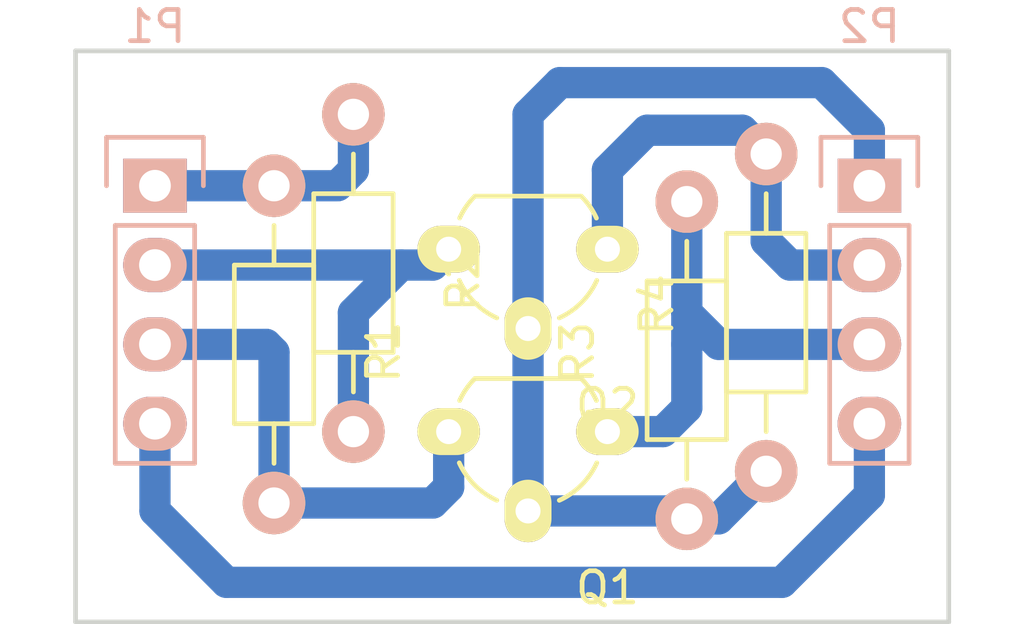
<source format=kicad_pcb>
(kicad_pcb (version 4) (host pcbnew 4.0.2-stable)

  (general
    (links 15)
    (no_connects 0)
    (area 111.684999 105.080999 139.775001 123.519001)
    (thickness 1.6)
    (drawings 4)
    (tracks 43)
    (zones 0)
    (modules 8)
    (nets 8)
  )

  (page A4)
  (layers
    (0 F.Cu signal)
    (31 B.Cu signal)
    (32 B.Adhes user)
    (33 F.Adhes user)
    (34 B.Paste user)
    (35 F.Paste user)
    (36 B.SilkS user)
    (37 F.SilkS user)
    (38 B.Mask user)
    (39 F.Mask user)
    (40 Dwgs.User user)
    (41 Cmts.User user)
    (42 Eco1.User user)
    (43 Eco2.User user)
    (44 Edge.Cuts user)
    (45 Margin user)
    (46 B.CrtYd user)
    (47 F.CrtYd user)
    (48 B.Fab user)
    (49 F.Fab user)
  )

  (setup
    (last_trace_width 1)
    (trace_clearance 0.2)
    (zone_clearance 0.508)
    (zone_45_only no)
    (trace_min 0.2)
    (segment_width 0.2)
    (edge_width 0.15)
    (via_size 0.6)
    (via_drill 0.4)
    (via_min_size 0.4)
    (via_min_drill 0.3)
    (uvia_size 0.3)
    (uvia_drill 0.1)
    (uvias_allowed no)
    (uvia_min_size 0.2)
    (uvia_min_drill 0.1)
    (pcb_text_width 0.3)
    (pcb_text_size 1.5 1.5)
    (mod_edge_width 0.15)
    (mod_text_size 1 1)
    (mod_text_width 0.15)
    (pad_size 1.524 1.524)
    (pad_drill 0.762)
    (pad_to_mask_clearance 0.2)
    (aux_axis_origin 0 0)
    (visible_elements 7FFFFFFF)
    (pcbplotparams
      (layerselection 0x00030_80000001)
      (usegerberextensions false)
      (excludeedgelayer true)
      (linewidth 0.100000)
      (plotframeref false)
      (viasonmask false)
      (mode 1)
      (useauxorigin false)
      (hpglpennumber 1)
      (hpglpenspeed 20)
      (hpglpendiameter 15)
      (hpglpenoverlay 2)
      (psnegative false)
      (psa4output false)
      (plotreference true)
      (plotvalue true)
      (plotinvisibletext false)
      (padsonsilk false)
      (subtractmaskfromsilk false)
      (outputformat 1)
      (mirror false)
      (drillshape 1)
      (scaleselection 1)
      (outputdirectory ""))
  )

  (net 0 "")
  (net 1 +5V)
  (net 2 "Net-(P1-Pad2)")
  (net 3 "Net-(P1-Pad3)")
  (net 4 GND)
  (net 5 +3V3)
  (net 6 "Net-(P2-Pad2)")
  (net 7 "Net-(P2-Pad3)")

  (net_class Default "This is the default net class."
    (clearance 0.2)
    (trace_width 1)
    (via_dia 0.6)
    (via_drill 0.4)
    (uvia_dia 0.3)
    (uvia_drill 0.1)
    (add_net +3V3)
    (add_net +5V)
    (add_net GND)
    (add_net "Net-(P1-Pad2)")
    (add_net "Net-(P1-Pad3)")
    (add_net "Net-(P2-Pad2)")
    (add_net "Net-(P2-Pad3)")
  )

  (module Pin_Headers:Pin_Header_Straight_1x04 (layer B.Cu) (tedit 0) (tstamp 578E5D8A)
    (at 137.16 109.474 180)
    (descr "Through hole pin header")
    (tags "pin header")
    (path /578E5D32)
    (fp_text reference P2 (at 0 5.1 180) (layer B.SilkS)
      (effects (font (size 1 1) (thickness 0.15)) (justify mirror))
    )
    (fp_text value CONN_01X04 (at 0 3.1 180) (layer B.Fab)
      (effects (font (size 1 1) (thickness 0.15)) (justify mirror))
    )
    (fp_line (start -1.75 1.75) (end -1.75 -9.4) (layer B.CrtYd) (width 0.05))
    (fp_line (start 1.75 1.75) (end 1.75 -9.4) (layer B.CrtYd) (width 0.05))
    (fp_line (start -1.75 1.75) (end 1.75 1.75) (layer B.CrtYd) (width 0.05))
    (fp_line (start -1.75 -9.4) (end 1.75 -9.4) (layer B.CrtYd) (width 0.05))
    (fp_line (start -1.27 -1.27) (end -1.27 -8.89) (layer B.SilkS) (width 0.15))
    (fp_line (start 1.27 -1.27) (end 1.27 -8.89) (layer B.SilkS) (width 0.15))
    (fp_line (start 1.55 1.55) (end 1.55 0) (layer B.SilkS) (width 0.15))
    (fp_line (start -1.27 -8.89) (end 1.27 -8.89) (layer B.SilkS) (width 0.15))
    (fp_line (start 1.27 -1.27) (end -1.27 -1.27) (layer B.SilkS) (width 0.15))
    (fp_line (start -1.55 0) (end -1.55 1.55) (layer B.SilkS) (width 0.15))
    (fp_line (start -1.55 1.55) (end 1.55 1.55) (layer B.SilkS) (width 0.15))
    (pad 1 thru_hole rect (at 0 0 180) (size 2.032 1.7272) (drill 1.016) (layers *.Cu *.Mask B.SilkS)
      (net 5 +3V3))
    (pad 2 thru_hole oval (at 0 -2.54 180) (size 2.032 1.7272) (drill 1.016) (layers *.Cu *.Mask B.SilkS)
      (net 6 "Net-(P2-Pad2)"))
    (pad 3 thru_hole oval (at 0 -5.08 180) (size 2.032 1.7272) (drill 1.016) (layers *.Cu *.Mask B.SilkS)
      (net 7 "Net-(P2-Pad3)"))
    (pad 4 thru_hole oval (at 0 -7.62 180) (size 2.032 1.7272) (drill 1.016) (layers *.Cu *.Mask B.SilkS)
      (net 4 GND))
    (model Pin_Headers.3dshapes/Pin_Header_Straight_1x04.wrl
      (at (xyz 0 -0.15 0))
      (scale (xyz 1 1 1))
      (rotate (xyz 0 0 90))
    )
  )

  (module TO_SOT_Packages_THT:TO-92_Molded_Wide_Oval (layer F.Cu) (tedit 54F243F6) (tstamp 578E5D91)
    (at 128.778 117.348 180)
    (descr "TO-92 leads molded, wide, oval pads, drill 0.8mm (see NXP sot054_po.pdf)")
    (tags "to-92 sc-43 sc-43a sot54 PA33 transistor")
    (path /578E5B41)
    (fp_text reference Q1 (at 0 -5 180) (layer F.SilkS)
      (effects (font (size 1 1) (thickness 0.15)))
    )
    (fp_text value Q_NMOS_SGD (at 0 3 180) (layer F.Fab)
      (effects (font (size 1 1) (thickness 0.15)))
    )
    (fp_arc (start 2.54 0) (end 0.34 -1) (angle 41.11209044) (layer F.SilkS) (width 0.15))
    (fp_arc (start 2.54 0) (end 4.74 -1) (angle -41.11210221) (layer F.SilkS) (width 0.15))
    (fp_arc (start 2.54 0) (end 0.84 1.7) (angle 20.5) (layer F.SilkS) (width 0.15))
    (fp_arc (start 2.54 0) (end 4.24 1.7) (angle -20.5) (layer F.SilkS) (width 0.15))
    (fp_line (start -1.25 1.95) (end -1.25 -3.8) (layer F.CrtYd) (width 0.05))
    (fp_line (start -1.25 1.95) (end 6.35 1.95) (layer F.CrtYd) (width 0.05))
    (fp_line (start 0.84 1.7) (end 4.24 1.7) (layer F.SilkS) (width 0.15))
    (fp_line (start -1.25 -3.8) (end 6.35 -3.8) (layer F.CrtYd) (width 0.05))
    (fp_line (start 6.35 1.95) (end 6.35 -3.8) (layer F.CrtYd) (width 0.05))
    (pad 2 thru_hole oval (at 2.54 -2.54 270) (size 1.99898 1.50114) (drill 0.8) (layers *.Cu *.Mask F.SilkS)
      (net 5 +3V3))
    (pad 1 thru_hole oval (at 0 0 270) (size 1.50114 1.99898) (drill 0.8) (layers *.Cu *.Mask F.SilkS)
      (net 7 "Net-(P2-Pad3)"))
    (pad 3 thru_hole oval (at 5.08 0 270) (size 1.50114 1.99898) (drill 0.8) (layers *.Cu *.Mask F.SilkS)
      (net 3 "Net-(P1-Pad3)"))
    (model TO_SOT_Packages_THT.3dshapes/TO-92_Molded_Wide_Oval.wrl
      (at (xyz 0.1 0 0))
      (scale (xyz 1 1 1))
      (rotate (xyz 0 0 -90))
    )
  )

  (module TO_SOT_Packages_THT:TO-92_Molded_Wide_Oval (layer F.Cu) (tedit 54F243F6) (tstamp 578E5D98)
    (at 128.778 111.506 180)
    (descr "TO-92 leads molded, wide, oval pads, drill 0.8mm (see NXP sot054_po.pdf)")
    (tags "to-92 sc-43 sc-43a sot54 PA33 transistor")
    (path /578E5BC8)
    (fp_text reference Q2 (at 0 -5 180) (layer F.SilkS)
      (effects (font (size 1 1) (thickness 0.15)))
    )
    (fp_text value Q_NMOS_SGD (at 0 3 180) (layer F.Fab)
      (effects (font (size 1 1) (thickness 0.15)))
    )
    (fp_arc (start 2.54 0) (end 0.34 -1) (angle 41.11209044) (layer F.SilkS) (width 0.15))
    (fp_arc (start 2.54 0) (end 4.74 -1) (angle -41.11210221) (layer F.SilkS) (width 0.15))
    (fp_arc (start 2.54 0) (end 0.84 1.7) (angle 20.5) (layer F.SilkS) (width 0.15))
    (fp_arc (start 2.54 0) (end 4.24 1.7) (angle -20.5) (layer F.SilkS) (width 0.15))
    (fp_line (start -1.25 1.95) (end -1.25 -3.8) (layer F.CrtYd) (width 0.05))
    (fp_line (start -1.25 1.95) (end 6.35 1.95) (layer F.CrtYd) (width 0.05))
    (fp_line (start 0.84 1.7) (end 4.24 1.7) (layer F.SilkS) (width 0.15))
    (fp_line (start -1.25 -3.8) (end 6.35 -3.8) (layer F.CrtYd) (width 0.05))
    (fp_line (start 6.35 1.95) (end 6.35 -3.8) (layer F.CrtYd) (width 0.05))
    (pad 2 thru_hole oval (at 2.54 -2.54 270) (size 1.99898 1.50114) (drill 0.8) (layers *.Cu *.Mask F.SilkS)
      (net 5 +3V3))
    (pad 1 thru_hole oval (at 0 0 270) (size 1.50114 1.99898) (drill 0.8) (layers *.Cu *.Mask F.SilkS)
      (net 6 "Net-(P2-Pad2)"))
    (pad 3 thru_hole oval (at 5.08 0 270) (size 1.50114 1.99898) (drill 0.8) (layers *.Cu *.Mask F.SilkS)
      (net 2 "Net-(P1-Pad2)"))
    (model TO_SOT_Packages_THT.3dshapes/TO-92_Molded_Wide_Oval.wrl
      (at (xyz 0.1 0 0))
      (scale (xyz 1 1 1))
      (rotate (xyz 0 0 -90))
    )
  )

  (module Resistors_ThroughHole:Resistor_Horizontal_RM10mm (layer F.Cu) (tedit 53F56209) (tstamp 578E5D9E)
    (at 118.11 114.554 270)
    (descr "Resistor, Axial,  RM 10mm, 1/3W,")
    (tags "Resistor, Axial, RM 10mm, 1/3W,")
    (path /578E5E9D)
    (fp_text reference R1 (at 0.24892 -3.50012 270) (layer F.SilkS)
      (effects (font (size 1 1) (thickness 0.15)))
    )
    (fp_text value 2K2 (at 3.81 3.81 270) (layer F.Fab)
      (effects (font (size 1 1) (thickness 0.15)))
    )
    (fp_line (start -2.54 -1.27) (end 2.54 -1.27) (layer F.SilkS) (width 0.15))
    (fp_line (start 2.54 -1.27) (end 2.54 1.27) (layer F.SilkS) (width 0.15))
    (fp_line (start 2.54 1.27) (end -2.54 1.27) (layer F.SilkS) (width 0.15))
    (fp_line (start -2.54 1.27) (end -2.54 -1.27) (layer F.SilkS) (width 0.15))
    (fp_line (start -2.54 0) (end -3.81 0) (layer F.SilkS) (width 0.15))
    (fp_line (start 2.54 0) (end 3.81 0) (layer F.SilkS) (width 0.15))
    (pad 1 thru_hole circle (at -5.08 0 270) (size 1.99898 1.99898) (drill 1.00076) (layers *.Cu *.SilkS *.Mask)
      (net 1 +5V))
    (pad 2 thru_hole circle (at 5.08 0 270) (size 1.99898 1.99898) (drill 1.00076) (layers *.Cu *.SilkS *.Mask)
      (net 3 "Net-(P1-Pad3)"))
    (model Resistors_ThroughHole.3dshapes/Resistor_Horizontal_RM10mm.wrl
      (at (xyz 0 0 0))
      (scale (xyz 0.4 0.4 0.4))
      (rotate (xyz 0 0 0))
    )
  )

  (module Resistors_ThroughHole:Resistor_Horizontal_RM10mm (layer F.Cu) (tedit 53F56209) (tstamp 578E5DA4)
    (at 120.65 112.268 270)
    (descr "Resistor, Axial,  RM 10mm, 1/3W,")
    (tags "Resistor, Axial, RM 10mm, 1/3W,")
    (path /578E5E62)
    (fp_text reference R2 (at 0.24892 -3.50012 270) (layer F.SilkS)
      (effects (font (size 1 1) (thickness 0.15)))
    )
    (fp_text value 2K2 (at 3.81 3.81 270) (layer F.Fab)
      (effects (font (size 1 1) (thickness 0.15)))
    )
    (fp_line (start -2.54 -1.27) (end 2.54 -1.27) (layer F.SilkS) (width 0.15))
    (fp_line (start 2.54 -1.27) (end 2.54 1.27) (layer F.SilkS) (width 0.15))
    (fp_line (start 2.54 1.27) (end -2.54 1.27) (layer F.SilkS) (width 0.15))
    (fp_line (start -2.54 1.27) (end -2.54 -1.27) (layer F.SilkS) (width 0.15))
    (fp_line (start -2.54 0) (end -3.81 0) (layer F.SilkS) (width 0.15))
    (fp_line (start 2.54 0) (end 3.81 0) (layer F.SilkS) (width 0.15))
    (pad 1 thru_hole circle (at -5.08 0 270) (size 1.99898 1.99898) (drill 1.00076) (layers *.Cu *.SilkS *.Mask)
      (net 1 +5V))
    (pad 2 thru_hole circle (at 5.08 0 270) (size 1.99898 1.99898) (drill 1.00076) (layers *.Cu *.SilkS *.Mask)
      (net 2 "Net-(P1-Pad2)"))
    (model Resistors_ThroughHole.3dshapes/Resistor_Horizontal_RM10mm.wrl
      (at (xyz 0 0 0))
      (scale (xyz 0.4 0.4 0.4))
      (rotate (xyz 0 0 0))
    )
  )

  (module Resistors_ThroughHole:Resistor_Horizontal_RM10mm (layer F.Cu) (tedit 53F56209) (tstamp 578E5DAA)
    (at 131.318 115.062 90)
    (descr "Resistor, Axial,  RM 10mm, 1/3W,")
    (tags "Resistor, Axial, RM 10mm, 1/3W,")
    (path /578E5CB7)
    (fp_text reference R3 (at 0.24892 -3.50012 90) (layer F.SilkS)
      (effects (font (size 1 1) (thickness 0.15)))
    )
    (fp_text value 2K2 (at 3.81 3.81 90) (layer F.Fab)
      (effects (font (size 1 1) (thickness 0.15)))
    )
    (fp_line (start -2.54 -1.27) (end 2.54 -1.27) (layer F.SilkS) (width 0.15))
    (fp_line (start 2.54 -1.27) (end 2.54 1.27) (layer F.SilkS) (width 0.15))
    (fp_line (start 2.54 1.27) (end -2.54 1.27) (layer F.SilkS) (width 0.15))
    (fp_line (start -2.54 1.27) (end -2.54 -1.27) (layer F.SilkS) (width 0.15))
    (fp_line (start -2.54 0) (end -3.81 0) (layer F.SilkS) (width 0.15))
    (fp_line (start 2.54 0) (end 3.81 0) (layer F.SilkS) (width 0.15))
    (pad 1 thru_hole circle (at -5.08 0 90) (size 1.99898 1.99898) (drill 1.00076) (layers *.Cu *.SilkS *.Mask)
      (net 5 +3V3))
    (pad 2 thru_hole circle (at 5.08 0 90) (size 1.99898 1.99898) (drill 1.00076) (layers *.Cu *.SilkS *.Mask)
      (net 7 "Net-(P2-Pad3)"))
    (model Resistors_ThroughHole.3dshapes/Resistor_Horizontal_RM10mm.wrl
      (at (xyz 0 0 0))
      (scale (xyz 0.4 0.4 0.4))
      (rotate (xyz 0 0 0))
    )
  )

  (module Resistors_ThroughHole:Resistor_Horizontal_RM10mm (layer F.Cu) (tedit 53F56209) (tstamp 578E5DB0)
    (at 133.858 113.538 90)
    (descr "Resistor, Axial,  RM 10mm, 1/3W,")
    (tags "Resistor, Axial, RM 10mm, 1/3W,")
    (path /578E5E32)
    (fp_text reference R4 (at 0.24892 -3.50012 90) (layer F.SilkS)
      (effects (font (size 1 1) (thickness 0.15)))
    )
    (fp_text value 2K2 (at 3.81 3.81 90) (layer F.Fab)
      (effects (font (size 1 1) (thickness 0.15)))
    )
    (fp_line (start -2.54 -1.27) (end 2.54 -1.27) (layer F.SilkS) (width 0.15))
    (fp_line (start 2.54 -1.27) (end 2.54 1.27) (layer F.SilkS) (width 0.15))
    (fp_line (start 2.54 1.27) (end -2.54 1.27) (layer F.SilkS) (width 0.15))
    (fp_line (start -2.54 1.27) (end -2.54 -1.27) (layer F.SilkS) (width 0.15))
    (fp_line (start -2.54 0) (end -3.81 0) (layer F.SilkS) (width 0.15))
    (fp_line (start 2.54 0) (end 3.81 0) (layer F.SilkS) (width 0.15))
    (pad 1 thru_hole circle (at -5.08 0 90) (size 1.99898 1.99898) (drill 1.00076) (layers *.Cu *.SilkS *.Mask)
      (net 5 +3V3))
    (pad 2 thru_hole circle (at 5.08 0 90) (size 1.99898 1.99898) (drill 1.00076) (layers *.Cu *.SilkS *.Mask)
      (net 6 "Net-(P2-Pad2)"))
    (model Resistors_ThroughHole.3dshapes/Resistor_Horizontal_RM10mm.wrl
      (at (xyz 0 0 0))
      (scale (xyz 0.4 0.4 0.4))
      (rotate (xyz 0 0 0))
    )
  )

  (module Pin_Headers:Pin_Header_Straight_1x04 (layer B.Cu) (tedit 0) (tstamp 578E61DF)
    (at 114.3 109.474 180)
    (descr "Through hole pin header")
    (tags "pin header")
    (path /578E65AD)
    (fp_text reference P1 (at 0 5.1 180) (layer B.SilkS)
      (effects (font (size 1 1) (thickness 0.15)) (justify mirror))
    )
    (fp_text value CONN_01X04 (at 0 3.1 180) (layer B.Fab)
      (effects (font (size 1 1) (thickness 0.15)) (justify mirror))
    )
    (fp_line (start -1.75 1.75) (end -1.75 -9.4) (layer B.CrtYd) (width 0.05))
    (fp_line (start 1.75 1.75) (end 1.75 -9.4) (layer B.CrtYd) (width 0.05))
    (fp_line (start -1.75 1.75) (end 1.75 1.75) (layer B.CrtYd) (width 0.05))
    (fp_line (start -1.75 -9.4) (end 1.75 -9.4) (layer B.CrtYd) (width 0.05))
    (fp_line (start -1.27 -1.27) (end -1.27 -8.89) (layer B.SilkS) (width 0.15))
    (fp_line (start 1.27 -1.27) (end 1.27 -8.89) (layer B.SilkS) (width 0.15))
    (fp_line (start 1.55 1.55) (end 1.55 0) (layer B.SilkS) (width 0.15))
    (fp_line (start -1.27 -8.89) (end 1.27 -8.89) (layer B.SilkS) (width 0.15))
    (fp_line (start 1.27 -1.27) (end -1.27 -1.27) (layer B.SilkS) (width 0.15))
    (fp_line (start -1.55 0) (end -1.55 1.55) (layer B.SilkS) (width 0.15))
    (fp_line (start -1.55 1.55) (end 1.55 1.55) (layer B.SilkS) (width 0.15))
    (pad 1 thru_hole rect (at 0 0 180) (size 2.032 1.7272) (drill 1.016) (layers *.Cu *.Mask B.SilkS)
      (net 1 +5V))
    (pad 2 thru_hole oval (at 0 -2.54 180) (size 2.032 1.7272) (drill 1.016) (layers *.Cu *.Mask B.SilkS)
      (net 2 "Net-(P1-Pad2)"))
    (pad 3 thru_hole oval (at 0 -5.08 180) (size 2.032 1.7272) (drill 1.016) (layers *.Cu *.Mask B.SilkS)
      (net 3 "Net-(P1-Pad3)"))
    (pad 4 thru_hole oval (at 0 -7.62 180) (size 2.032 1.7272) (drill 1.016) (layers *.Cu *.Mask B.SilkS)
      (net 4 GND))
    (model Pin_Headers.3dshapes/Pin_Header_Straight_1x04.wrl
      (at (xyz 0 -0.15 0))
      (scale (xyz 1 1 1))
      (rotate (xyz 0 0 90))
    )
  )

  (gr_line (start 111.76 105.156) (end 139.7 105.156) (angle 90) (layer Edge.Cuts) (width 0.15))
  (gr_line (start 111.76 123.444) (end 111.76 105.156) (angle 90) (layer Edge.Cuts) (width 0.15))
  (gr_line (start 139.7 123.444) (end 111.76 123.444) (angle 90) (layer Edge.Cuts) (width 0.15))
  (gr_line (start 139.7 105.156) (end 139.7 123.444) (angle 90) (layer Edge.Cuts) (width 0.15))

  (segment (start 118.11 109.474) (end 120.142 109.474) (width 1) (layer B.Cu) (net 1))
  (segment (start 120.65 108.966) (end 120.65 107.188) (width 1) (layer B.Cu) (net 1) (tstamp 578E6272))
  (segment (start 120.142 109.474) (end 120.65 108.966) (width 1) (layer B.Cu) (net 1) (tstamp 578E6271))
  (segment (start 114.3 109.474) (end 118.11 109.474) (width 1) (layer B.Cu) (net 1))
  (segment (start 120.65 117.348) (end 120.65 113.538) (width 1) (layer B.Cu) (net 2))
  (segment (start 120.65 113.538) (end 122.174 112.014) (width 1) (layer B.Cu) (net 2) (tstamp 578E628E))
  (segment (start 114.3 112.014) (end 122.174 112.014) (width 1) (layer B.Cu) (net 2))
  (segment (start 122.174 112.014) (end 123.19 112.014) (width 1) (layer B.Cu) (net 2) (tstamp 578E6296))
  (segment (start 123.19 112.014) (end 123.698 111.506) (width 1) (layer B.Cu) (net 2) (tstamp 578E6104))
  (segment (start 118.11 119.634) (end 123.19 119.634) (width 1) (layer B.Cu) (net 3))
  (segment (start 123.698 119.126) (end 123.698 117.348) (width 1) (layer B.Cu) (net 3) (tstamp 578E626E))
  (segment (start 123.19 119.634) (end 123.698 119.126) (width 1) (layer B.Cu) (net 3) (tstamp 578E626D))
  (segment (start 114.3 114.554) (end 117.856 114.554) (width 1) (layer B.Cu) (net 3))
  (segment (start 118.11 114.808) (end 118.11 119.634) (width 1) (layer B.Cu) (net 3) (tstamp 578E6110))
  (segment (start 117.856 114.554) (end 118.11 114.808) (width 1) (layer B.Cu) (net 3) (tstamp 578E610F))
  (segment (start 137.16 117.094) (end 137.16 119.38) (width 1) (layer B.Cu) (net 4))
  (segment (start 114.3 119.888) (end 114.3 117.094) (width 1) (layer B.Cu) (net 4))
  (segment (start 114.3 119.888) (end 116.586 122.174) (width 1) (layer B.Cu) (net 4) (tstamp 578E6281))
  (segment (start 116.586 122.174) (end 134.366 122.174) (width 1) (layer B.Cu) (net 4))
  (segment (start 137.16 119.38) (end 134.366 122.174) (width 1) (layer B.Cu) (net 4) (tstamp 578E638D))
  (segment (start 137.16 109.474) (end 137.16 107.696) (width 1) (layer B.Cu) (net 5))
  (segment (start 135.636 106.172) (end 127.254 106.172) (width 1) (layer B.Cu) (net 5) (tstamp 578E6249))
  (segment (start 127.254 106.172) (end 126.238 107.188) (width 1) (layer B.Cu) (net 5) (tstamp 578E624B))
  (segment (start 126.238 107.188) (end 126.238 114.046) (width 1) (layer B.Cu) (net 5) (tstamp 578E624C))
  (segment (start 137.16 107.696) (end 135.636 106.172) (width 1) (layer B.Cu) (net 5) (tstamp 578E6389))
  (segment (start 131.318 120.142) (end 132.334 120.142) (width 1) (layer B.Cu) (net 5))
  (segment (start 132.334 120.142) (end 133.858 118.618) (width 1) (layer B.Cu) (net 5) (tstamp 578E62F3))
  (segment (start 126.238 119.888) (end 131.318 119.888) (width 1) (layer B.Cu) (net 5))
  (segment (start 126.238 114.046) (end 126.238 119.888) (width 1) (layer B.Cu) (net 5))
  (segment (start 137.414 112.014) (end 134.62 112.014) (width 1) (layer B.Cu) (net 6))
  (segment (start 133.858 111.252) (end 133.858 108.458) (width 1) (layer B.Cu) (net 6) (tstamp 578E6302))
  (segment (start 134.62 112.014) (end 133.858 111.252) (width 1) (layer B.Cu) (net 6) (tstamp 578E6300))
  (segment (start 128.778 111.506) (end 128.778 108.966) (width 1) (layer B.Cu) (net 6))
  (segment (start 133.096 107.696) (end 133.858 108.458) (width 1) (layer B.Cu) (net 6) (tstamp 578E62F0))
  (segment (start 130.048 107.696) (end 133.096 107.696) (width 1) (layer B.Cu) (net 6) (tstamp 578E62EE))
  (segment (start 128.778 108.966) (end 130.048 107.696) (width 1) (layer B.Cu) (net 6) (tstamp 578E62EC))
  (segment (start 137.414 114.554) (end 132.334 114.554) (width 1) (layer B.Cu) (net 7))
  (segment (start 132.334 114.554) (end 131.318 113.538) (width 1) (layer B.Cu) (net 7) (tstamp 578E6230))
  (segment (start 128.778 117.348) (end 130.556 117.348) (width 1) (layer B.Cu) (net 7))
  (segment (start 131.318 116.586) (end 131.318 114.554) (width 1) (layer B.Cu) (net 7) (tstamp 578E619A))
  (segment (start 131.318 114.554) (end 131.318 113.538) (width 1) (layer B.Cu) (net 7) (tstamp 578E61FF))
  (segment (start 131.318 113.538) (end 131.318 109.982) (width 1) (layer B.Cu) (net 7) (tstamp 578E6233))
  (segment (start 130.556 117.348) (end 131.318 116.586) (width 1) (layer B.Cu) (net 7) (tstamp 578E6199))

)

</source>
